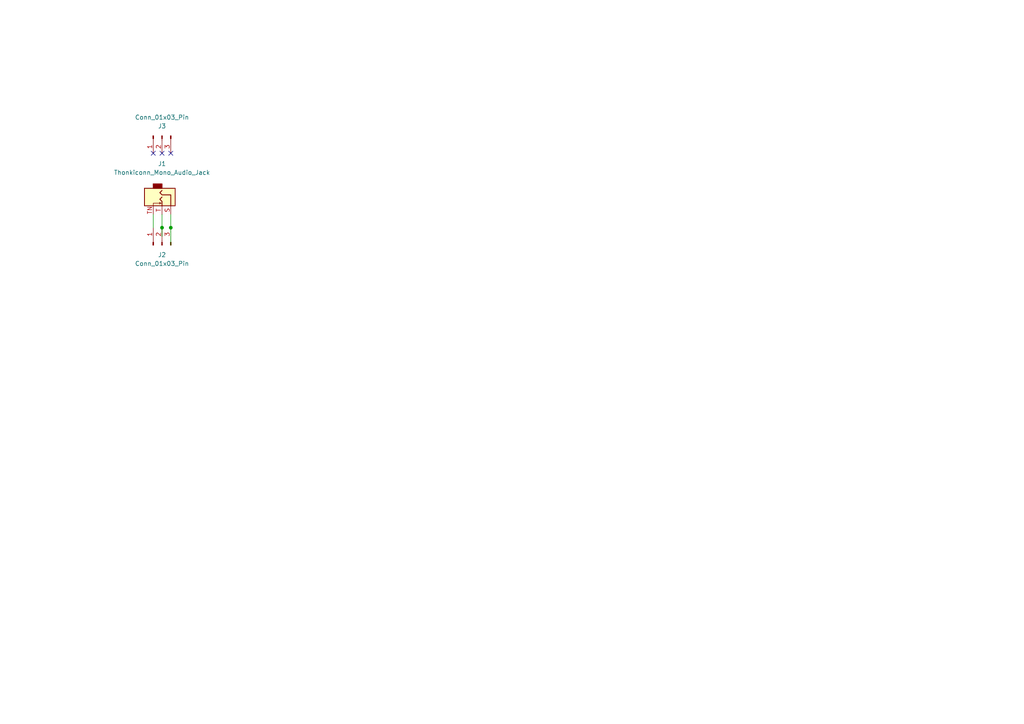
<source format=kicad_sch>
(kicad_sch (version 20250114) (generator "eeschema") (generator_version "9.0")
  (paper "A4")
  (lib_symbols
    (symbol "Connector:Conn_01x03_Pin" (pin_names (offset 1.016) (hide yes))
      (property "Reference" "J" (at 0 5.08 0))
      (property "Value" "Conn_01x03_Pin" (at 0 -5.08 0))
      (symbol "Conn_01x03_Pin_1_1"
        (rectangle (start 0.8636 2.667) (end 0 2.413) (stroke (width 0.1524)) (fill (type outline)))
        (rectangle (start 0.8636 0.127) (end 0 -0.127) (stroke (width 0.1524)) (fill (type outline)))
        (rectangle (start 0.8636 -2.413) (end 0 -2.667) (stroke (width 0.1524)) (fill (type outline)))
        (polyline (pts (xy 1.27 2.54) (xy 0.8636 2.54)) (stroke (width 0.1524)))
        (polyline (pts (xy 1.27 0) (xy 0.8636 0)) (stroke (width 0.1524)))
        (polyline (pts (xy 1.27 -2.54) (xy 0.8636 -2.54)) (stroke (width 0.1524)))
        (pin passive line (at 5.08 2.54 180) (length 3.81) (name "Pin_1") (number "1"))
        (pin passive line (at 5.08 0 180) (length 3.81) (name "Pin_2") (number "2"))
        (pin passive line (at 5.08 -2.54 180) (length 3.81) (name "Pin_3") (number "3"))
      )
    )
    (symbol "Lichen:Thonkiconn_Mono_Audio_Jack"
      (property "Reference" "J1" (at -7.366 1.016 0))
      (property "Value" "Thonkiconn_Mono_Audio_Jack" (at -7.366 -1.524 0))
      (symbol "Thonkiconn_Mono_Audio_Jack_0_1"
        (rectangle (start -2.54 0) (end -3.81 -2.54) (stroke (width 0.254)) (fill (type outline)))
        (polyline (pts (xy 0 0) (xy 0.635 -0.635) (xy 1.27 0) (xy 2.54 0)) (stroke (width 0.254)))
        (polyline (pts (xy 1.778 -0.254) (xy 2.032 -0.762)))
        (rectangle (start 2.54 3.81) (end -2.54 -5.08) (stroke (width 0.254)) (fill (type background)))
        (polyline (pts (xy 2.54 2.54) (xy -0.635 2.54) (xy -0.635 0) (xy -1.27 -0.635) (xy -1.905 0)) (stroke (width 0.254)))
        (polyline (pts (xy 2.54 -2.54) (xy 1.778 -2.54) (xy 1.778 -0.254) (xy 1.524 -0.762)))
      )
      (symbol "Thonkiconn_Mono_Audio_Jack_1_1"
        (pin passive line (at 5.08 2.54 180) (length 2.54) (name "~") (number "S"))
        (pin passive line (at 5.08 0 180) (length 2.54) (name "~") (number "T"))
        (pin passive line (at 5.08 -2.54 180) (length 2.54) (name "~") (number "TN"))
      )
    )
  )
  (junction (at 46.99 66.04))
  (junction (at 49.53 66.04))
  (no_connect (at 46.99 44.45))
  (no_connect (at 44.45 44.45))
  (no_connect (at 49.53 44.45))
  (wire (pts (xy 46.99 68.58) (xy 46.99 66.04)))
  (wire (pts (xy 46.99 62.23) (xy 46.99 66.04)))
  (wire (pts (xy 49.53 62.23) (xy 49.53 66.04)))
  (wire (pts (xy 44.45 66.04) (xy 44.45 62.23)))
  (wire (pts (xy 49.53 66.04) (xy 49.53 71.12)))
  (symbol (lib_id "Connector:Conn_01x03_Pin") (at 46.99 39.37 90) (mirror x) (unit 1)
    (property "Reference" "J3" (at 46.99 36.576 90))
    (property "Value" "Conn_01x03_Pin" (at 46.99 34.036 90))
    (property "Footprint" "Connector_PinHeader_2.54mm:PinHeader_1x03_P2.54mm_Vertical" (effects (hide yes)))
    (property "Description" "Generic connector, single row, 01x03, script generated" (effects (hide yes)))
  )
  (symbol (lib_id "Connector:Conn_01x03_Pin") (at 46.99 71.12 90) (unit 1)
    (property "Reference" "J2" (at 46.99 73.914 90))
    (property "Value" "Conn_01x03_Pin" (at 46.99 76.454 90))
    (property "Footprint" "Connector_PinHeader_2.54mm:PinHeader_1x03_P2.54mm_Vertical" (effects (hide yes)))
    (property "Description" "Generic connector, single row, 01x03, script generated" (effects (hide yes)))
  )
  (symbol (lib_id "Lichen:Thonkiconn_Mono_Audio_Jack") (at 46.99 57.15 270) (unit 1)
    (property "Reference" "J1" (at 46.99 47.498 90))
    (property "Value" "Thonkiconn_Mono_Audio_Jack" (at 46.99 50.038 90))
    (property "Footprint" "Lichen:Audio_Jack_Thonkiconn_Mono" (effects (hide yes)))
    (property "Datasheet" "https://www.thonk.co.uk/wp-content/uploads/2018/07/Thonkiconn_Jack_Datasheet-new.jpg" (effects (hide yes)))
    (property "Description" "Audio Jack, 2 Poles (Mono / TS), Switched T Pole (Normalling)" (effects (hide yes)))
    (property "Manufacturer" "WQP" (effects (hide yes)))
    (property "Part Number" "WQP518MA/PJ398SM" (effects (hide yes)))
  )
)
</source>
